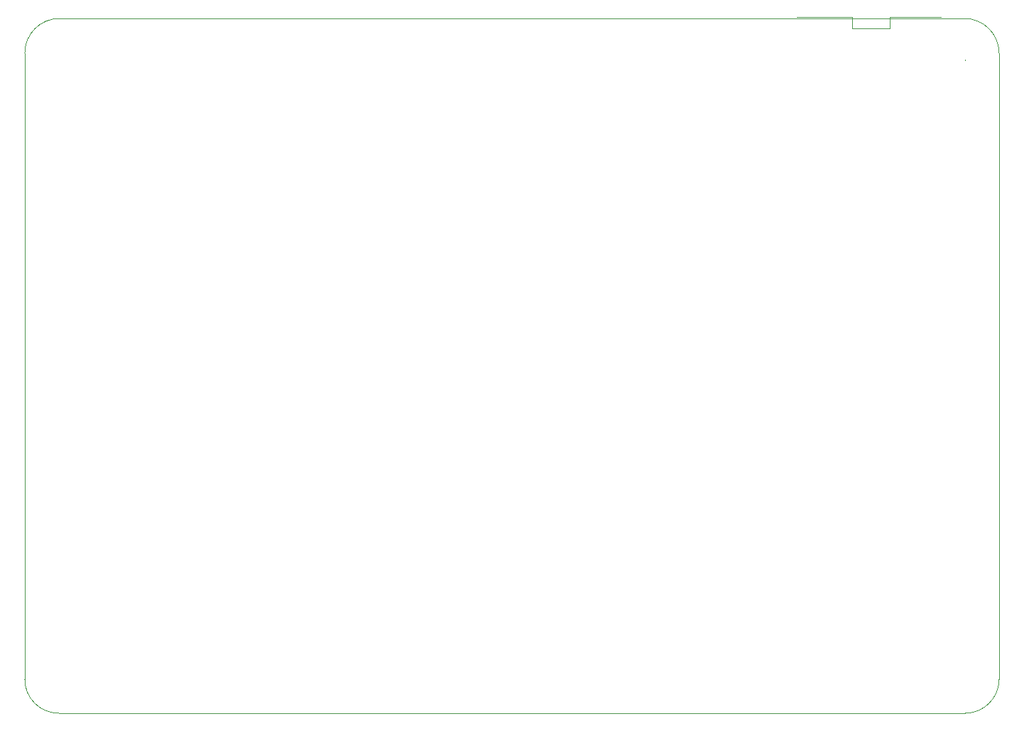
<source format=gbr>
G04 #@! TF.FileFunction,Profile,NP*
%FSLAX46Y46*%
G04 Gerber Fmt 4.6, Leading zero omitted, Abs format (unit mm)*
G04 Created by KiCad (PCBNEW 4.0.7) date 03/10/21 14:25:49*
%MOMM*%
%LPD*%
G01*
G04 APERTURE LIST*
%ADD10C,0.100000*%
%ADD11C,0.000100*%
G04 APERTURE END LIST*
D10*
X173457000Y-45180500D02*
X173457000Y-119899250D01*
X61332000Y-41055500D02*
X169332000Y-41055500D01*
X173457000Y-45180500D02*
G75*
G03X169332000Y-41055500I-4125000J0D01*
G01*
X169425750Y-123930500D02*
X61332000Y-123930500D01*
X169425750Y-123930500D02*
G75*
G03X173457000Y-119899250I0J4031250D01*
G01*
X57300750Y-119899250D02*
X57300750Y-45180500D01*
X57300750Y-119899250D02*
G75*
G03X61332000Y-123930500I4031250J0D01*
G01*
X61425750Y-41055500D02*
G75*
G03X57300750Y-45180500I0J-4125000D01*
G01*
X169392600Y-45974000D02*
X169443400Y-46024800D01*
D11*
X166525750Y-40899250D02*
X160425750Y-40899250D01*
X160425750Y-40899250D02*
X160425750Y-42199250D01*
X160425750Y-42199250D02*
X155925750Y-42199250D01*
X155925750Y-42199250D02*
X155925750Y-40899250D01*
X155925750Y-40899250D02*
X149325750Y-40899250D01*
M02*

</source>
